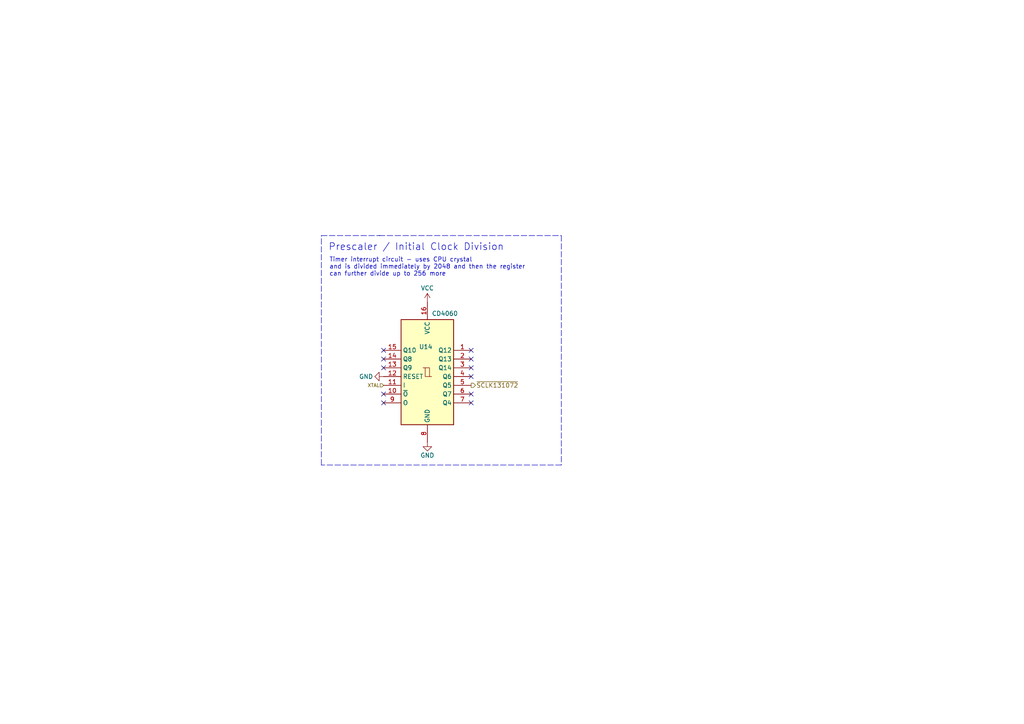
<source format=kicad_sch>
(kicad_sch (version 20211123) (generator eeschema)
  (paper "A4")
  (lib_symbols
    (symbol "LIBRARY-8-bit-computer:CD4060"
      (property "Reference" "U" (at 0 35.56 0))
      (property "Value" "CD4060" (at 0 33.02 0))
      (symbol "CD4060_1_0"
        (polyline (pts (xy -0.635 -1.27) (xy -0.635 1.27) (xy 0.635 1.27)))
        (polyline (pts (xy -1.27 -1.27) (xy 0.635 -1.27) (xy 0.635 1.27) (xy 1.27 1.27)))
        (pin output line (at -12.7 6.35 0) (length 5.08) (name "Q12") (number "1"))
        (pin output line (at 12.7 -6.35 180) (length 5.08) (name "~{O}") (number "10"))
        (pin input line (at 12.7 -3.81 180) (length 5.08) (name "I") (number "11"))
        (pin input line (at 12.7 -1.27 180) (length 5.08) (name "RESET") (number "12"))
        (pin output line (at 12.7 1.27 180) (length 5.08) (name "Q9") (number "13"))
        (pin output line (at 12.7 3.81 180) (length 5.08) (name "Q8") (number "14"))
        (pin output line (at 12.7 6.35 180) (length 5.08) (name "Q10") (number "15"))
        (pin power_in line (at 0 20.32 270) (length 5.08) (name "VCC") (number "16"))
        (pin output line (at -12.7 3.81 0) (length 5.08) (name "Q13") (number "2"))
        (pin output line (at -12.7 1.27 0) (length 5.08) (name "Q14") (number "3"))
        (pin output line (at -12.7 -1.27 0) (length 5.08) (name "Q6") (number "4"))
        (pin output line (at -12.7 -3.81 0) (length 5.08) (name "Q5") (number "5"))
        (pin output line (at -12.7 -6.35 0) (length 5.08) (name "Q7") (number "6"))
        (pin output line (at -12.7 -8.89 0) (length 5.08) (name "Q4") (number "7"))
        (pin power_in line (at 0 -20.32 90) (length 5.08) (name "GND") (number "8"))
        (pin output line (at 12.7 -8.89 180) (length 5.08) (name "O") (number "9"))
      )
      (symbol "CD4060_1_1"
        (rectangle (start -7.62 15.24) (end 7.62 -15.24) (stroke (width 0.254)) (fill (type background)))
      )
    )
    (symbol "power:GND" (power) (pin_names (offset 0))
      (property "Value" "GND" (at 0 -3.81 0))
      (symbol "GND_0_1"
        (polyline (pts (xy 0 0) (xy 0 -1.27) (xy 1.27 -1.27) (xy 0 -2.54) (xy -1.27 -1.27) (xy 0 -1.27)))
      )
      (symbol "GND_1_1"
        (pin power_in line (at 0 0 270) (length 0) hide (name "GND") (number "1"))
      )
    )
    (symbol "power:VCC" (power) (pin_names (offset 0))
      (property "Value" "VCC" (at 0 3.81 0))
      (symbol "VCC_0_1"
        (polyline (pts (xy -0.762 1.27) (xy 0 2.54)))
        (polyline (pts (xy 0 0) (xy 0 2.54)))
        (polyline (pts (xy 0 2.54) (xy 0.762 1.27)))
      )
      (symbol "VCC_1_1"
        (pin power_in line (at 0 0 90) (length 0) hide (name "VCC") (number "1"))
      )
    )
  )
  (no_connect (at 111.252 114.3))
  (no_connect (at 111.252 101.6))
  (no_connect (at 136.652 106.68))
  (no_connect (at 111.252 116.84))
  (no_connect (at 136.652 114.3))
  (no_connect (at 136.652 104.14))
  (no_connect (at 136.652 109.22))
  (no_connect (at 136.652 101.6))
  (no_connect (at 111.252 104.14))
  (no_connect (at 136.652 116.84))
  (no_connect (at 111.252 106.68))
  (polyline (pts (xy 162.814 68.326) (xy 162.814 134.874)))
  (polyline (pts (xy 162.814 134.874) (xy 93.218 134.874)))
  (polyline (pts (xy 93.218 134.874) (xy 93.218 68.326)))
  (polyline (pts (xy 109.982 68.326) (xy 162.814 68.326)))
  (polyline (pts (xy 93.218 68.326) (xy 110.236 68.326)))
  (text "Prescaler / Initial Clock Division" (at 95.25 72.898 0) (effects (font (size 2 2)) (justify left bottom)))
  (text "Timer interrupt circuit - uses CPU crystal\nand is divided immediately by 2048 and then the register \ncan further divide up to 256 more" (at 95.504 80.264 0) (effects (font (size 1.27 1.27)) (justify left bottom)))
  (hierarchical_label "~{SCLK131072}" (shape output) (at 136.652 111.76 0))
  (hierarchical_label "XTAL" (shape input) (at 111.252 111.76 180) (effects (font (size 0.9906 0.9906))))
  (symbol (lib_id "power:GND") (at 111.252 109.22 270) (mirror x) (unit 1)
    (property "Reference" "#PWR065" (effects hide))
    (property "Value" "GND" (at 106.172 109.22 90))
  )
  (symbol (lib_id "power:VCC") (at 123.952 87.63 0) (mirror y) (unit 1)
    (property "Reference" "#PWR066" (effects hide))
    (property "Value" "VCC" (at 123.952 83.566 0))
  )
  (symbol (lib_id "LIBRARY-8-bit-computer:CD4060") (at 123.952 107.95 0) (mirror y) (unit 1)
    (property "Reference" "U14" (at 125.476 100.584 0) (effects (justify left)))
    (property "Value" "CD4060" (at 132.842 90.932 0) (effects (justify left)))
    (property "Footprint" "Package_SO:SOIC-16_3.9x9.9mm_P1.27mm" (effects hide))
  )
  (symbol (lib_id "power:GND") (at 123.952 128.27 0) (mirror y) (unit 1)
    (property "Reference" "#PWR067" (effects hide))
    (property "Value" "GND" (at 123.952 132.08 0))
  )
)
</source>
